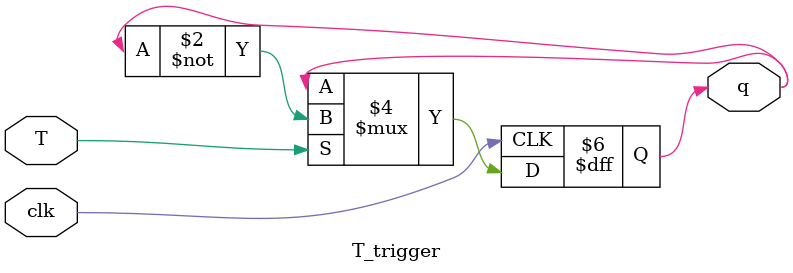
<source format=v>
module T_trigger
    (
        input wire T,
        input wire clk,
        output reg q = 1'b0
    );

    always @(posedge clk) begin
        if (T) q <=~q; 
    end

endmodule 
</source>
